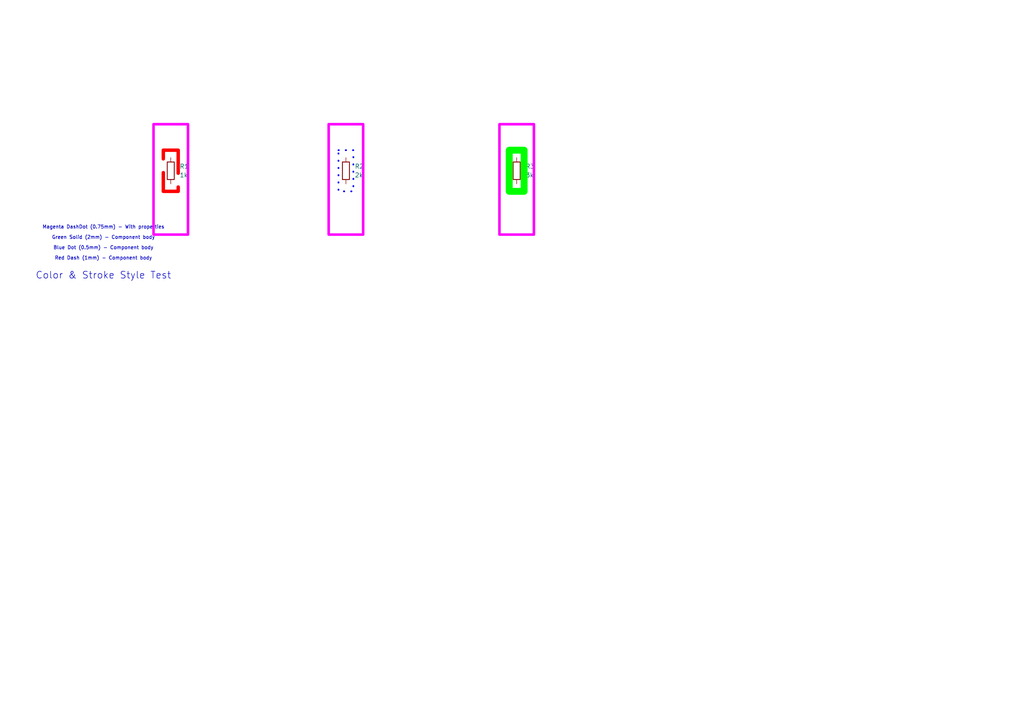
<source format=kicad_sch>
(kicad_sch (version 20250114) (generator "eeschema") (generator_version "9.0")
  (paper "A4")
  (title_block (title "Colored Rectangle Test"))
  (lib_symbols
    (symbol "Device:R" (pin_numbers (hide yes)) (pin_names (offset 0))
      (property "Reference" "R" (at 2.032 0 90))
      (property "Value" "R" (at 0 0 90))
      (symbol "R_0_1"
        (rectangle (start -1.016 -2.54) (end 1.016 2.54) (stroke (width 0.254)))
      )
      (symbol "R_1_1"
        (pin passive line (at 0 3.81 270) (length 1.27) (name "~") (number "1"))
        (pin passive line (at 0 -3.81 90) (length 1.27) (name "~") (number "2"))
      )
    )
  )
  (symbol (lib_id "Device:R") (at 49.53 49.53 0) (unit 1)
    (property "Reference" "R1" (at 52.07 48.2599 0) (effects (justify left)))
    (property "Value" "1k" (at 52.07 50.7999 0) (effects (justify left)))
  )
  (symbol (lib_id "Device:R") (at 100.33 49.53 0) (unit 1)
    (property "Reference" "R2" (at 102.87 48.2599 0) (effects (justify left)))
    (property "Value" "2k" (at 102.87 50.7999 0) (effects (justify left)))
  )
  (symbol (lib_id "Device:R") (at 149.86 49.53 0) (unit 1)
    (property "Reference" "R3" (at 152.4 48.2599 0) (effects (justify left)))
    (property "Value" "3k" (at 152.4 50.7999 0) (effects (justify left)))
  )
  (text "Color & Stroke Style Test" (at 30 80 0.0000) (effects (font (size 2 2))))
  (text "Red Dash (1mm) - Component body" (at 30 75 0.0000) (effects (font (size 1 1))))
  (text "Blue Dot (0.5mm) - Component body" (at 30 72 0.0000) (effects (font (size 1 1))))
  (text "Green Solid (2mm) - Component body" (at 30 69 0.0000) (effects (font (size 1 1))))
  (text "Magenta DashDot (0.75mm) - With properties" (at 30 66 0.0000) (effects (font (size 1 1))))
  (rectangle (start 47.371 43.561) (end 51.689 55.499) (stroke (width 1) (type dash) (color 255 0 0 1)))
  (rectangle (start 98.171 43.561) (end 102.489 55.499) (stroke (width 0.5) (type dot) (color 0 0 255 1)))
  (rectangle (start 147.701 43.561) (end 152.019 55.499) (stroke (width 2) (color 0 255 0 1)))
  (rectangle (start 44.53 36.021) (end 54.53 68.039) (stroke (width 0.75) (color 255 0 255 1)))
  (rectangle (start 95.33 36.021) (end 105.33 68.039) (stroke (width 0.75) (color 255 0 255 1)))
  (rectangle (start 144.86 36.021) (end 154.86 68.039) (stroke (width 0.75) (color 255 0 255 1)))
)
</source>
